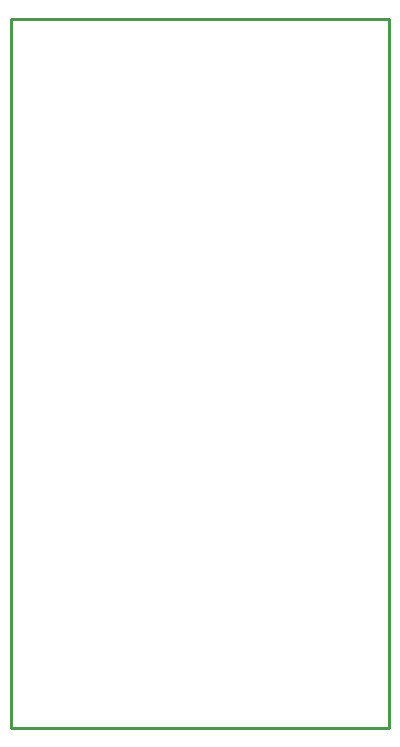
<source format=gm1>
G04*
G04 #@! TF.GenerationSoftware,Altium Limited,Altium Designer,19.0.10 (269)*
G04*
G04 Layer_Color=16711935*
%FSLAX24Y24*%
%MOIN*%
G70*
G01*
G75*
%ADD13C,0.0100*%
G54D13*
X0Y0D02*
X12598D01*
Y23622D01*
X0D02*
X12598D01*
X0Y0D02*
Y23622D01*
M02*

</source>
